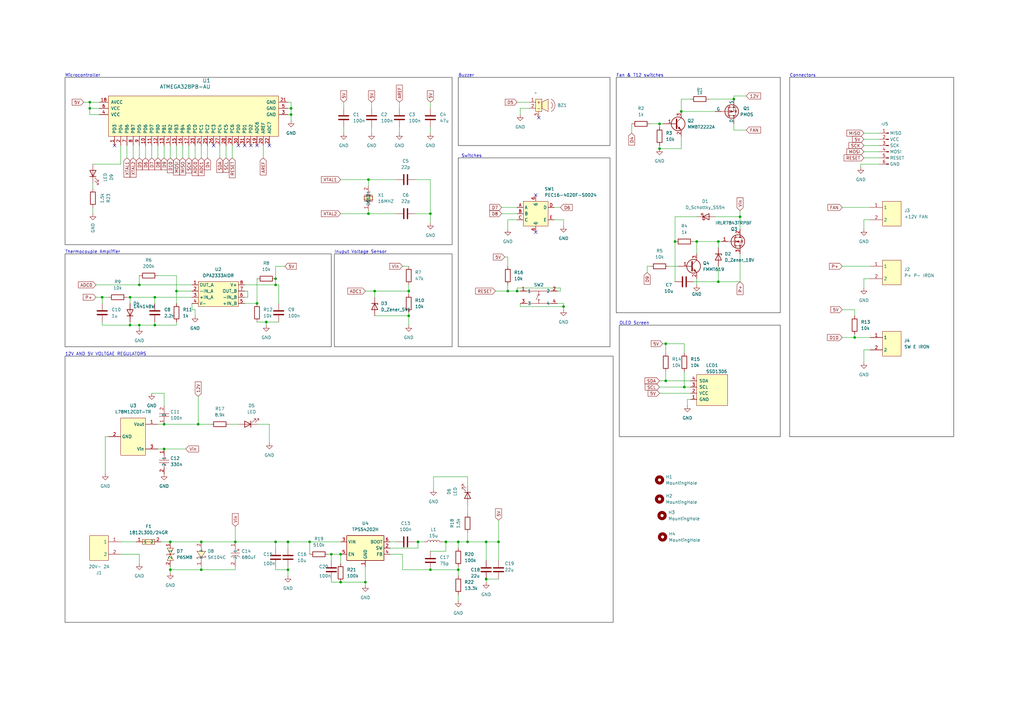
<source format=kicad_sch>
(kicad_sch (version 20230121) (generator eeschema)
  (paper "A3")
  (title_block (title "T12 soldering station-V2") (date "2024-09-17") (rev "2") (company "SHElectronic") (comment 1 "Sherwin Sattar"))
  (lib_symbols
    (symbol "Device:C" (pin_numbers hide) (pin_names (offset 0.254))
      (property "Reference" "C" (at 0.635 2.54 0))
      (property "Value" "C" (at 0.635 -2.54 0))
      (symbol "C_1_1"
        (pin passive line (at 0 3.81 270) (length 2.794) (name "~") (number "1"))
        (pin passive line (at 0 -3.81 90) (length 2.794) (name "~") (number "2"))
      )
    )
    (symbol "Device:D_Schottky" (pin_numbers hide) (pin_names (offset 1.016) hide)
      (property "Reference" "D" (at 0 2.54 0))
      (property "Value" "D_Schottky" (at 0 -2.54 0))
      (symbol "D_Schottky_1_1"
        (pin passive line (at -3.81 0 0) (length 2.54) (name "K") (number "1"))
        (pin passive line (at 3.81 0 180) (length 2.54) (name "A") (number "2"))
      )
    )
    (symbol "Device:D_Zener" (pin_numbers hide) (pin_names (offset 1.016) hide)
      (property "Reference" "D" (at 0 2.54 0))
      (property "Value" "D_Zener" (at 0 -2.54 0))
      (symbol "D_Zener_1_1"
        (pin passive line (at -3.81 0 0) (length 2.54) (name "K") (number "1"))
        (pin passive line (at 3.81 0 180) (length 2.54) (name "A") (number "2"))
      )
    )
    (symbol "Device:L" (pin_numbers hide) (pin_names (offset 1.016) hide)
      (property "Reference" "L" (at -1.27 0 90))
      (property "Value" "L" (at 1.905 0 90))
      (symbol "L_1_1"
        (pin passive line (at 0 3.81 270) (length 1.27) (name "1") (number "1"))
        (pin passive line (at 0 -3.81 90) (length 1.27) (name "2") (number "2"))
      )
    )
    (symbol "Device:LED" (pin_numbers hide) (pin_names (offset 1.016) hide)
      (property "Reference" "D" (at 0 2.54 0))
      (property "Value" "LED" (at 0 -2.54 0))
      (symbol "LED_1_1"
        (pin passive line (at -3.81 0 0) (length 2.54) (name "K") (number "1"))
        (pin passive line (at 3.81 0 180) (length 2.54) (name "A") (number "2"))
      )
    )
    (symbol "Device:Q_NMOS_GDS" (pin_names (offset 0) hide)
      (property "Reference" "Q" (at 5.08 1.27 0))
      (property "Value" "Q_NMOS_GDS" (at 5.08 -1.27 0))
      (symbol "Q_NMOS_GDS_1_1"
        (pin input line (at -5.08 0 0) (length 2.54) (name "G") (number "1"))
        (pin passive line (at 2.54 5.08 270) (length 2.54) (name "D") (number "2"))
        (pin passive line (at 2.54 -5.08 90) (length 2.54) (name "S") (number "3"))
      )
    )
    (symbol "Device:Q_NPN_BCE" (pin_names (offset 0) hide)
      (property "Reference" "Q4" (at 5.08 1.27 0))
      (property "Value" "FMMT619" (at 5.08 -1.27 0))
      (symbol "Q_NPN_BCE_1_1"
        (pin input line (at -5.08 0 0) (length 5.715) (name "B") (number "1"))
        (pin passive line (at 2.54 -5.08 90) (length 2.54) (name "E") (number "2"))
        (pin passive line (at 2.54 5.08 270) (length 2.54) (name "C") (number "3"))
      )
    )
    (symbol "Device:R" (pin_numbers hide) (pin_names (offset 0))
      (property "Reference" "R" (at 2.032 0 90))
      (property "Value" "R" (at 0 0 90))
      (symbol "R_1_1"
        (pin passive line (at 0 3.81 270) (length 1.27) (name "~") (number "1"))
        (pin passive line (at 0 -3.81 90) (length 1.27) (name "~") (number "2"))
      )
    )
    (symbol "Diode:1N4148W" (pin_numbers hide) (pin_names hide)
      (property "Reference" "D" (at 0 2.54 0))
      (property "Value" "1N4148W" (at 0 -2.54 0))
      (symbol "1N4148W_1_1"
        (pin passive line (at -3.81 0 0) (length 2.54) (name "K") (number "1"))
        (pin passive line (at 3.81 0 180) (length 2.54) (name "A") (number "2"))
      )
    )
    (symbol "Mechanical:MountingHole" (pin_names (offset 1.016))
      (property "Reference" "H" (at 0 5.08 0))
      (property "Value" "MountingHole" (at 0 3.175 0))
    )
    (symbol "Q_NPN_BCE_1" (pin_names (offset 0) hide)
      (property "Reference" "Q2" (at 5.08 1.27 0))
      (property "Value" "MMBT2222A" (at 5.08 -1.27 0))
      (symbol "Q_NPN_BCE_1_1_1"
        (pin input line (at -5.08 0 0) (length 5.715) (name "B") (number "1"))
        (pin passive line (at 2.54 -5.08 90) (length 2.54) (name "E") (number "2"))
        (pin passive line (at 2.54 5.08 270) (length 2.54) (name "C") (number "3"))
      )
    )
    (symbol "Regulator_Switching:TPS54202DDC"
      (property "Reference" "U" (at -7.62 6.35 0))
      (property "Value" "TPS54202DDC" (at 0 6.35 0))
      (symbol "TPS54202DDC_1_1"
        (pin power_in line (at 0 -7.62 90) (length 2.54) (name "GND") (number "1"))
        (pin power_out line (at 10.16 0 180) (length 2.54) (name "SW") (number "2"))
        (pin power_in line (at -10.16 2.54 0) (length 2.54) (name "VIN") (number "3"))
        (pin input line (at 10.16 -2.54 180) (length 2.54) (name "FB") (number "4"))
        (pin input line (at -10.16 -2.54 0) (length 2.54) (name "EN") (number "5"))
        (pin passive line (at 10.16 2.54 180) (length 2.54) (name "BOOT") (number "6"))
      )
    )
    (symbol "SHERWIN_SYMBOLS_sym:ISP_1x6"
      (property "Reference" "J" (at 0 0 0))
      (symbol "ISP_1x6_1_1"
        (pin passive line (at 1.27 -3.81 180) (length 3.81) (name "MISO") (number "1"))
        (pin passive line (at 1.27 -6.35 180) (length 3.81) (name "VCC") (number "2"))
        (pin passive line (at 1.27 -8.89 180) (length 3.81) (name "SCK") (number "3"))
        (pin passive line (at 1.27 -11.43 180) (length 3.81) (name "MOSI") (number "4"))
        (pin passive line (at 1.27 -13.97 180) (length 3.81) (name "RESET") (number "5"))
        (pin passive line (at 1.27 -16.51 180) (length 3.81) (name "GND") (number "6"))
      )
    )
    (symbol "SHERWIN_SYMBOLS_sym:buzzer"
      (property "Reference" "BZ" (at 0 0 0))
      (symbol "buzzer_1_1"
        (text "+\n" (at 1.27 -3.81 0) (effects (font (size 1.27 1.27))))
        (text "-\n" (at 1.27 -6.35 0) (effects (font (size 1.27 1.27))))
        (pin input line (at -2.54 -3.81 0) (length 2.54) (name "~") (number "1"))
        (pin input line (at -2.54 -6.35 0) (length 2.54) (name "~") (number "2"))
        (pin input line (at 1.27 -10.16 90) (length 2.54) (name "~") (number "3"))
      )
    )
    (symbol "SSD1306-128x64_OLED:SSD1306" (pin_names (offset 1.016))
      (property "Reference" "Brd" (at 0 -3.81 0))
      (property "Value" "SSD1306" (at 0 -1.27 0))
      (symbol "SSD1306_1_1"
        (pin input line (at -3.81 8.89 270) (length 2.54) (name "GND") (number "1"))
        (pin input line (at -1.27 8.89 270) (length 2.54) (name "VCC") (number "2"))
        (pin input line (at 1.27 8.89 270) (length 2.54) (name "SCL") (number "3"))
        (pin input line (at 3.81 8.89 270) (length 2.54) (name "SDA") (number "4"))
      )
    )
    (symbol "Simulation_SPICE:PMOS" (pin_numbers hide) (pin_names (offset 0))
      (property "Reference" "Q1" (at 6.35 -1.27 0))
      (property "Value" "PMOS" (at 5.08 1.27 0))
      (symbol "PMOS_1_1"
        (pin input line (at -5.08 0 0) (length 2.54) (name "G") (number "1"))
        (pin passive line (at 2.54 -5.08 90) (length 2.54) (name "S") (number "2"))
        (pin passive line (at 2.54 5.08 270) (length 2.54) (name "D") (number "3"))
      )
    )
    (symbol "dk_Embedded-Microcontrollers:ATMEGA328P-AU" (pin_names (offset 1.016))
      (property "Reference" "U5" (at 13.97 -6.35 90))
      (property "Value" "ATMEGA328P-AU" (at 11.43 -6.35 90))
      (symbol "ATMEGA328P-AU_1_1"
        (pin bidirectional line (at -12.7 33.02 0) (length 3.81) (name "PD3") (number "1"))
        (pin bidirectional line (at -12.7 20.32 0) (length 3.81) (name "PD6") (number "10"))
        (pin bidirectional line (at -12.7 17.78 0) (length 3.81) (name "PD7") (number "11"))
        (pin bidirectional line (at -12.7 15.24 0) (length 3.81) (name "PB0") (number "12"))
        (pin bidirectional line (at -12.7 12.7 0) (length 3.81) (name "PB1") (number "13"))
        (pin bidirectional line (at -12.7 10.16 0) (length 3.81) (name "PB2") (number "14"))
        (pin bidirectional line (at -12.7 7.62 0) (length 3.81) (name "PB3") (number "15"))
        (pin bidirectional line (at -12.7 5.08 0) (length 3.81) (name "PB4") (number "16"))
        (pin bidirectional line (at -12.7 2.54 0) (length 3.81) (name "PB5") (number "17"))
        (pin power_in line (at 5.08 39.37 270) (length 3.81) (name "AVCC") (number "18"))
        (pin input line (at -12.7 -25.4 0) (length 3.81) (name "ADC6") (number "19"))
        (pin bidirectional line (at -12.7 30.48 0) (length 3.81) (name "PD4") (number "2"))
        (pin input line (at -12.7 -27.94 0) (length 3.81) (name "AREF") (number "20"))
        (pin power_in line (at 5.08 -38.1 90) (length 3.81) (name "GND") (number "21"))
        (pin input line (at -12.7 -30.48 0) (length 3.81) (name "ADC7") (number "22"))
        (pin bidirectional line (at -12.7 0 0) (length 3.81) (name "PC0") (number "23"))
        (pin bidirectional line (at -12.7 -2.54 0) (length 3.81) (name "PC1") (number "24"))
        (pin bidirectional line (at -12.7 -5.08 0) (length 3.81) (name "PC2") (number "25"))
        (pin bidirectional line (at -12.7 -7.62 0) (length 3.81) (name "PC3") (number "26"))
        (pin bidirectional line (at -12.7 -10.16 0) (length 3.81) (name "PC4") (number "27"))
        (pin bidirectional line (at -12.7 -12.7 0) (length 3.81) (name "PC5") (number "28"))
        (pin bidirectional line (at -12.7 -15.24 0) (length 3.81) (name "PC6") (number "29"))
        (pin power_in line (at 0 -38.1 90) (length 3.81) (name "GND") (number "3"))
        (pin bidirectional line (at -12.7 -17.78 0) (length 3.81) (name "PD0") (number "30"))
        (pin bidirectional line (at -12.7 -20.32 0) (length 3.81) (name "PD1") (number "31"))
        (pin bidirectional line (at -12.7 -22.86 0) (length 3.81) (name "PD2") (number "32"))
        (pin power_in line (at 0 39.37 270) (length 3.81) (name "VCC") (number "4"))
        (pin power_in line (at 2.54 -38.1 90) (length 3.81) (name "GND") (number "5"))
        (pin power_in line (at 2.54 39.37 270) (length 3.81) (name "VCC") (number "6"))
        (pin bidirectional line (at -12.7 27.94 0) (length 3.81) (name "PB6") (number "7"))
        (pin bidirectional line (at -12.7 25.4 0) (length 3.81) (name "PB7") (number "8"))
        (pin bidirectional line (at -12.7 22.86 0) (length 3.81) (name "PD5") (number "9"))
      )
    )
    (symbol "easyeda2kicad:1812L300_24GR"
      (property "Reference" "U" (at 0 5.08 0))
      (property "Value" "1812L300/24GR" (at 0 -5.08 0))
      (symbol "1812L300_24GR_0_1"
        (pin unspecified line (at -5.08 0 0) (length 2.54) (name "1") (number "1"))
        (pin unspecified line (at 5.08 0 180) (length 2.54) (name "2") (number "2"))
      )
    )
    (symbol "easyeda2kicad:CGA3E1X7R1V334KT0Y0E"
      (property "Reference" "C" (at 0 5.08 0))
      (property "Value" "CGA3E1X7R1V334KT0Y0E" (at 0 -5.08 0))
      (symbol "CGA3E1X7R1V334KT0Y0E_0_1"
        (pin unspecified line (at -5.08 0 0) (length 2.54) (name "1") (number "1"))
        (pin unspecified line (at 5.08 0 180) (length 2.54) (name "2") (number "2"))
      )
    )
    (symbol "easyeda2kicad:CL10B104KA8NNNC"
      (property "Reference" "C" (at 0 5.08 0))
      (property "Value" "CL10B104KA8NNNC" (at 0 -5.08 0))
      (symbol "CL10B104KA8NNNC_0_1"
        (pin input line (at -3.81 0 0) (length 2.54) (name "1") (number "1"))
        (pin input line (at 3.81 0 180) (length 2.54) (name "2") (number "2"))
      )
    )
    (symbol "easyeda2kicad:GVM1V681M1010"
      (property "Reference" "C" (at 0 5.08 0))
      (property "Value" "GVM1V681M1010" (at 0 -5.08 0))
      (symbol "GVM1V681M1010_0_1"
        (pin input line (at -5.08 0 0) (length 2.54) (name "1") (number "1"))
        (pin input line (at 5.08 0 180) (length 2.54) (name "2") (number "2"))
      )
    )
    (symbol "easyeda2kicad:L78M12CDT-TR"
      (property "Reference" "U3" (at 0 12.7 0))
      (property "Value" "L78M12CDT-TR" (at 0 10.16 0))
      (symbol "L78M12CDT-TR_0_1"
        (pin unspecified line (at 10.16 5.08 180) (length 5.08) (name "Vout") (number "1"))
        (pin unspecified line (at 10.16 -5.08 180) (length 5.08) (name "Vin") (number "3"))
      )
      (symbol "L78M12CDT-TR_1_1"
        (pin unspecified line (at -10.16 0 0) (length 5.08) (name "GND") (number "2"))
      )
    )
    (symbol "easyeda2kicad:P6SMB27CA-AT_TR13"
      (property "Reference" "U" (at 0 5.08 0))
      (property "Value" "P6SMB27CA-AT/TR13" (at 0 -5.08 0))
      (symbol "P6SMB27CA-AT_TR13_0_1"
        (pin unspecified line (at -5.08 0 0) (length 2.54) (name "1") (number "1"))
        (pin unspecified line (at 5.08 0 180) (length 2.54) (name "2") (number "2"))
      )
    )
    (symbol "easyeda2kicad:PEC16-4020F-S0024"
      (property "Reference" "SW" (at 0 12.7 0))
      (property "Value" "PEC16-4020F-S0024" (at 0 -12.7 0))
      (symbol "PEC16-4020F-S0024_0_1"
        (pin unspecified line (at -7.62 0 0) (length 2.54) (name "6") (number "6"))
        (pin unspecified line (at 7.62 0 180) (length 2.54) (name "6") (number "6"))
        (pin unspecified line (at -2.54 -7.62 90) (length 2.54) (name "A") (number "A"))
        (pin unspecified line (at 0 -7.62 90) (length 2.54) (name "B") (number "B"))
        (pin unspecified line (at 2.54 -7.62 90) (length 2.54) (name "C") (number "C"))
        (pin unspecified line (at -2.54 7.62 270) (length 2.54) (name "D") (number "D"))
        (pin unspecified line (at 2.54 7.62 270) (length 2.54) (name "E") (number "E"))
      )
    )
    (symbol "easyeda2kicad:PTS645SH50SMTR92LFS"
      (property "Reference" "SW" (at 0 7.62 0))
      (property "Value" "PTS645SH50SMTR92LFS" (at 0 -7.62 0))
      (symbol "PTS645SH50SMTR92LFS_0_1"
        (pin unspecified line (at -7.62 2.54 0) (length 2.54) (name "1") (number "1"))
        (pin unspecified line (at 7.62 2.54 180) (length 2.54) (name "2") (number "2"))
        (pin unspecified line (at -7.62 -2.54 0) (length 2.54) (name "3") (number "3"))
        (pin unspecified line (at 7.62 -2.54 180) (length 2.54) (name "4") (number "4"))
      )
    )
    (symbol "easyeda2kicad:SK104C"
      (property "Reference" "D" (at 0 5.08 0))
      (property "Value" "SK104C" (at 0 -5.08 0))
      (symbol "SK104C_0_1"
        (pin unspecified line (at -5.08 0 0) (length 2.54) (name "K") (number "1"))
        (pin unspecified line (at 5.08 0 180) (length 2.54) (name "A") (number "2"))
      )
    )
    (symbol "easyeda2kicad:WJ128V-5.0-2P"
      (property "Reference" "P" (at 0 -1.27 0))
      (property "Value" "WJ128V-5.0-2P" (at 0 -11.43 0))
      (symbol "WJ128V-5.0-2P_0_1"
        (pin unspecified line (at -2.54 -6.35 90) (length 5.08) (name "1") (number "1"))
        (pin unspecified line (at 2.54 -6.35 90) (length 5.08) (name "2") (number "2"))
      )
    )
    (symbol "easyeda2kicad:X503216MSB2GI"
      (property "Reference" "X" (at 0 5.08 0))
      (property "Value" "X503216MSB2GI" (at 0 -5.08 0))
      (symbol "X503216MSB2GI_0_1"
        (pin input line (at -5.08 0 0) (length 2.54) (name "OSC1") (number "1"))
        (pin input line (at 5.08 0 180) (length 2.54) (name "OSC2") (number "2"))
      )
    )
    (symbol "opamp-OPA2333AIDR:OPA2333AIDR"
      (property "Reference" "U" (at 3.81 5.08 0))
      (property "Value" "OPA2333AIDR" (at 3.81 2.54 0))
      (symbol "OPA2333AIDR_1_1"
        (pin output line (at -6.35 0 0) (length 2.54) (name "OUT_A") (number "1"))
        (pin input line (at -6.35 -2.54 0) (length 2.54) (name "-IN_A") (number "2"))
        (pin input line (at -6.35 -5.08 0) (length 2.54) (name "+IN_A") (number "3"))
        (pin input line (at -6.35 -7.62 0) (length 2.54) (name "V-") (number "4"))
        (pin input line (at 15.24 -7.62 180) (length 2.54) (name "+IN_B") (number "5"))
        (pin input line (at 15.24 -5.08 180) (length 2.54) (name "-IN_B") (number "6"))
        (pin output line (at 15.24 -2.54 180) (length 2.54) (name "OUT_B") (number "7"))
        (pin input line (at 15.24 0 180) (length 2.54) (name "V+") (number "8"))
      )
    )
    (symbol "power:GND" (power) (pin_names (offset 0))
      (property "Value" "GND" (at 0 -3.81 0))
      (symbol "GND_1_1"
        (pin power_in line (at 0 0 270) (length 0) hide (name "GND") (number "1"))
      )
    )
  )
  (junction (at 270.51 50.8))
  (junction (at 118.11 222.25))
  (junction (at 113.03 114.3))
  (junction (at 63.5 133.35))
  (junction (at 285.75 99.06))
  (junction (at 127 222.25))
  (junction (at 36.83 44.45))
  (junction (at 212.09 119.38))
  (junction (at 119.38 44.45))
  (junction (at 41.91 121.92))
  (junction (at 139.7 238.76))
  (junction (at 72.39 119.38))
  (junction (at 57.15 133.35))
  (junction (at 119.38 46.99))
  (junction (at 113.03 116.84))
  (junction (at 69.85 233.68))
  (junction (at 176.53 87.63))
  (junction (at 82.55 222.25))
  (junction (at 176.53 233.68))
  (junction (at 171.45 222.25))
  (junction (at 199.39 237.49))
  (junction (at 187.96 233.68))
  (junction (at 187.96 222.25))
  (junction (at 276.86 99.06))
  (junction (at 294.64 99.06))
  (junction (at 67.31 184.15))
  (junction (at 294.64 115.57))
  (junction (at 270.51 60.96))
  (junction (at 139.7 227.33))
  (junction (at 279.4 45.72))
  (junction (at 135.89 227.33))
  (junction (at 81.28 173.99))
  (junction (at 118.11 233.68))
  (junction (at 204.47 222.25))
  (junction (at 273.05 140.97))
  (junction (at 303.53 88.9))
  (junction (at 109.22 132.08))
  (junction (at 67.31 173.99))
  (junction (at 153.67 119.38))
  (junction (at 149.86 238.76))
  (junction (at 53.34 133.35))
  (junction (at 191.77 222.25))
  (junction (at 231.14 125.73))
  (junction (at 53.34 121.92))
  (junction (at 167.64 119.38))
  (junction (at 57.15 116.84))
  (junction (at 350.52 138.43))
  (junction (at 199.39 222.25))
  (junction (at 113.03 222.25))
  (junction (at 63.5 121.92))
  (junction (at 280.67 158.75))
  (junction (at 167.64 129.54))
  (junction (at 273.05 156.21))
  (junction (at 182.88 222.25))
  (junction (at 151.13 73.66))
  (junction (at 69.85 222.25))
  (junction (at 82.55 233.68))
  (junction (at 208.28 119.38))
  (junction (at 96.52 222.25))
  (junction (at 105.41 124.46))
  (junction (at 151.13 87.63))
  (junction (at 300.99 40.64))
  (junction (at 36.83 41.91))
  (no_connect (at 105.41 59.69))
  (no_connect (at 219.71 95.25))
  (no_connect (at 219.71 80.01))
  (no_connect (at 110.49 59.69))
  (no_connect (at 100.33 59.69))
  (no_connect (at 87.63 59.69))
  (no_connect (at 46.99 59.69))
  (no_connect (at 102.87 59.69))
  (no_connect (at 97.79 59.69))
  (no_connect (at 220.98 48.26))
  (wire (pts (xy 67.31 166.37) (xy 67.31 161.29)))
  (wire (pts (xy 118.11 222.25) (xy 127 222.25)))
  (wire (pts (xy 54.61 59.69) (xy 54.61 64.77)))
  (wire (pts (xy 199.39 229.87) (xy 199.39 222.25)))
  (wire (pts (xy 167.64 116.84) (xy 167.64 119.38)))
  (wire (pts (xy 176.53 41.91) (xy 176.53 44.45)))
  (wire (pts (xy 350.52 137.16) (xy 350.52 138.43)))
  (wire (pts (xy 119.38 41.91) (xy 119.38 44.45)))
  (wire (pts (xy 139.7 73.66) (xy 151.13 73.66)))
  (wire (pts (xy 265.43 109.22) (xy 265.43 111.76)))
  (wire (pts (xy 270.51 156.21) (xy 273.05 156.21)))
  (wire (pts (xy 53.34 121.92) (xy 53.34 124.46)))
  (wire (pts (xy 153.67 129.54) (xy 167.64 129.54)))
  (wire (pts (xy 285.75 114.3) (xy 285.75 116.84)))
  (wire (pts (xy 41.91 121.92) (xy 41.91 124.46)))
  (wire (pts (xy 72.39 133.35) (xy 63.5 133.35)))
  (wire (pts (xy 139.7 87.63) (xy 151.13 87.63)))
  (wire (pts (xy 105.41 173.99) (xy 110.49 173.99)))
  (wire (pts (xy 49.53 227.33) (xy 57.15 227.33)))
  (wire (pts (xy 205.74 85.09) (xy 212.09 85.09)))
  (wire (pts (xy 165.1 227.33) (xy 165.1 233.68)))
  (wire (pts (xy 270.51 50.8) (xy 270.51 52.07)))
  (wire (pts (xy 356.87 114.3) (xy 354.33 114.3)))
  (wire (pts (xy 294.64 99.06) (xy 294.64 101.6)))
  (wire (pts (xy 187.96 243.84) (xy 187.96 246.38)))
  (wire (pts (xy 212.09 119.38) (xy 213.36 119.38)))
  (wire (pts (xy 199.39 222.25) (xy 191.77 222.25)))
  (wire (pts (xy 167.64 128.27) (xy 167.64 129.54)))
  (wire (pts (xy 212.09 41.91) (xy 217.17 41.91)))
  (wire (pts (xy 227.33 85.09) (xy 229.87 85.09)))
  (wire (pts (xy 228.6 119.38) (xy 229.87 119.38)))
  (wire (pts (xy 279.4 60.96) (xy 270.51 60.96)))
  (wire (pts (xy 57.15 227.33) (xy 57.15 231.14)))
  (wire (pts (xy 118.11 44.45) (xy 119.38 44.45)))
  (wire (pts (xy 279.4 55.88) (xy 279.4 60.96)))
  (wire (pts (xy 41.91 133.35) (xy 53.34 133.35)))
  (wire (pts (xy 72.39 119.38) (xy 78.74 119.38)))
  (wire (pts (xy 72.39 119.38) (xy 72.39 124.46)))
  (wire (pts (xy 280.67 152.4) (xy 280.67 158.75)))
  (wire (pts (xy 139.7 238.76) (xy 149.86 238.76)))
  (wire (pts (xy 49.53 67.31) (xy 38.1 67.31)))
  (wire (pts (xy 114.3 124.46) (xy 114.3 116.84)))
  (wire (pts (xy 41.91 133.35) (xy 41.91 132.08)))
  (wire (pts (xy 57.15 116.84) (xy 78.74 116.84)))
  (wire (pts (xy 36.83 46.99) (xy 40.64 46.99)))
  (wire (pts (xy 360.68 54.61) (xy 354.33 54.61)))
  (wire (pts (xy 49.53 59.69) (xy 49.53 67.31)))
  (wire (pts (xy 36.83 44.45) (xy 36.83 41.91)))
  (wire (pts (xy 36.83 44.45) (xy 40.64 44.45)))
  (wire (pts (xy 53.34 133.35) (xy 57.15 133.35)))
  (wire (pts (xy 204.47 213.36) (xy 204.47 222.25)))
  (wire (pts (xy 177.8 195.58) (xy 177.8 200.66)))
  (wire (pts (xy 284.48 115.57) (xy 294.64 115.57)))
  (wire (pts (xy 270.51 158.75) (xy 280.67 158.75)))
  (wire (pts (xy 64.77 184.15) (xy 67.31 184.15)))
  (wire (pts (xy 356.87 90.17) (xy 354.33 90.17)))
  (wire (pts (xy 149.86 119.38) (xy 153.67 119.38)))
  (wire (pts (xy 279.4 40.64) (xy 283.21 40.64)))
  (wire (pts (xy 81.28 173.99) (xy 67.31 173.99)))
  (wire (pts (xy 43.18 179.07) (xy 44.45 179.07)))
  (wire (pts (xy 135.89 227.33) (xy 139.7 227.33)))
  (wire (pts (xy 67.31 161.29) (xy 62.23 161.29)))
  (wire (pts (xy 119.38 46.99) (xy 119.38 49.53)))
  (wire (pts (xy 80.01 127) (xy 80.01 129.54)))
  (wire (pts (xy 63.5 121.92) (xy 63.5 124.46)))
  (wire (pts (xy 213.36 44.45) (xy 213.36 46.99)))
  (wire (pts (xy 350.52 138.43) (xy 356.87 138.43)))
  (wire (pts (xy 191.77 210.82) (xy 191.77 207.01)))
  (wire (pts (xy 151.13 73.66) (xy 162.56 73.66)))
  (wire (pts (xy 139.7 227.33) (xy 139.7 231.14)))
  (wire (pts (xy 82.55 59.69) (xy 82.55 64.77)))
  (wire (pts (xy 81.28 173.99) (xy 86.36 173.99)))
  (wire (pts (xy 69.85 222.25) (xy 82.55 222.25)))
  (wire (pts (xy 38.1 85.09) (xy 38.1 87.63)))
  (wire (pts (xy 57.15 59.69) (xy 57.15 64.77)))
  (wire (pts (xy 96.52 222.25) (xy 113.03 222.25)))
  (wire (pts (xy 34.29 41.91) (xy 36.83 41.91)))
  (wire (pts (xy 280.67 140.97) (xy 273.05 140.97)))
  (wire (pts (xy 187.96 232.41) (xy 187.96 233.68)))
  (wire (pts (xy 231.14 90.17) (xy 231.14 92.71)))
  (wire (pts (xy 208.28 116.84) (xy 208.28 119.38)))
  (wire (pts (xy 294.64 99.06) (xy 295.91 99.06)))
  (wire (pts (xy 127 227.33) (xy 127 222.25)))
  (wire (pts (xy 300.99 39.37) (xy 300.99 40.64)))
  (wire (pts (xy 176.53 233.68) (xy 187.96 233.68)))
  (wire (pts (xy 199.39 237.49) (xy 199.39 238.76)))
  (wire (pts (xy 96.52 215.9) (xy 96.52 222.25)))
  (wire (pts (xy 285.75 99.06) (xy 294.64 99.06)))
  (wire (pts (xy 43.18 179.07) (xy 43.18 194.31)))
  (wire (pts (xy 69.85 59.69) (xy 69.85 64.77)))
  (wire (pts (xy 78.74 127) (xy 78.74 124.46)))
  (wire (pts (xy 176.53 226.06) (xy 182.88 226.06)))
  (wire (pts (xy 187.96 222.25) (xy 187.96 224.79)))
  (wire (pts (xy 63.5 121.92) (xy 78.74 121.92)))
  (wire (pts (xy 118.11 41.91) (xy 119.38 41.91)))
  (wire (pts (xy 95.25 59.69) (xy 95.25 64.77)))
  (wire (pts (xy 303.53 104.14) (xy 303.53 115.57)))
  (wire (pts (xy 212.09 90.17) (xy 208.28 90.17)))
  (wire (pts (xy 107.95 59.69) (xy 107.95 64.77)))
  (wire (pts (xy 118.11 233.68) (xy 118.11 236.22)))
  (wire (pts (xy 152.4 41.91) (xy 152.4 44.45)))
  (wire (pts (xy 187.96 233.68) (xy 187.96 236.22)))
  (wire (pts (xy 266.7 109.22) (xy 265.43 109.22)))
  (wire (pts (xy 118.11 46.99) (xy 119.38 46.99)))
  (wire (pts (xy 160.02 224.79) (xy 171.45 224.79)))
  (wire (pts (xy 171.45 222.25) (xy 173.99 222.25)))
  (wire (pts (xy 36.83 41.91) (xy 40.64 41.91)))
  (wire (pts (xy 306.07 53.34) (xy 300.99 53.34)))
  (wire (pts (xy 105.41 114.3) (xy 105.41 124.46)))
  (wire (pts (xy 231.14 125.73) (xy 231.14 127)))
  (wire (pts (xy 273.05 140.97) (xy 271.78 140.97)))
  (wire (pts (xy 270.51 161.29) (xy 283.21 161.29)))
  (wire (pts (xy 171.45 224.79) (xy 171.45 222.25)))
  (wire (pts (xy 118.11 222.25) (xy 118.11 224.79)))
  (wire (pts (xy 177.8 195.58) (xy 191.77 195.58)))
  (wire (pts (xy 285.75 88.9) (xy 276.86 88.9)))
  (wire (pts (xy 153.67 119.38) (xy 167.64 119.38)))
  (wire (pts (xy 273.05 152.4) (xy 273.05 156.21)))
  (wire (pts (xy 72.39 132.08) (xy 72.39 133.35)))
  (wire (pts (xy 72.39 113.03) (xy 72.39 119.38)))
  (wire (pts (xy 280.67 144.78) (xy 280.67 140.97)))
  (wire (pts (xy 353.06 67.31) (xy 353.06 68.58)))
  (wire (pts (xy 81.28 162.56) (xy 81.28 173.99)))
  (wire (pts (xy 274.32 109.22) (xy 278.13 109.22)))
  (wire (pts (xy 303.53 93.98) (xy 303.53 88.9)))
  (wire (pts (xy 114.3 116.84) (xy 113.03 116.84)))
  (wire (pts (xy 67.31 59.69) (xy 67.31 64.77)))
  (wire (pts (xy 279.4 40.64) (xy 279.4 45.72)))
  (wire (pts (xy 280.67 158.75) (xy 283.21 158.75)))
  (wire (pts (xy 151.13 87.63) (xy 162.56 87.63)))
  (wire (pts (xy 203.2 119.38) (xy 208.28 119.38)))
  (wire (pts (xy 165.1 109.22) (xy 167.64 109.22)))
  (wire (pts (xy 182.88 222.25) (xy 182.88 226.06)))
  (wire (pts (xy 82.55 233.68) (xy 96.52 233.68)))
  (wire (pts (xy 116.84 109.22) (xy 113.03 109.22)))
  (wire (pts (xy 176.53 73.66) (xy 176.53 87.63)))
  (wire (pts (xy 350.52 127) (xy 345.44 127)))
  (wire (pts (xy 284.48 99.06) (xy 285.75 99.06)))
  (wire (pts (xy 151.13 86.36) (xy 151.13 87.63)))
  (wire (pts (xy 160.02 227.33) (xy 165.1 227.33)))
  (wire (pts (xy 212.09 118.11) (xy 212.09 119.38)))
  (wire (pts (xy 199.39 222.25) (xy 204.47 222.25)))
  (wire (pts (xy 113.03 233.68) (xy 118.11 233.68)))
  (wire (pts (xy 53.34 132.08) (xy 53.34 133.35)))
  (wire (pts (xy 113.03 116.84) (xy 113.03 114.3)))
  (wire (pts (xy 345.44 85.09) (xy 356.87 85.09)))
  (wire (pts (xy 208.28 119.38) (xy 212.09 119.38)))
  (wire (pts (xy 69.85 233.68) (xy 69.85 234.95)))
  (wire (pts (xy 105.41 132.08) (xy 109.22 132.08)))
  (wire (pts (xy 100.33 116.84) (xy 113.03 116.84)))
  (wire (pts (xy 191.77 222.25) (xy 191.77 218.44)))
  (wire (pts (xy 360.68 59.69) (xy 354.33 59.69)))
  (wire (pts (xy 303.53 115.57) (xy 294.64 115.57)))
  (wire (pts (xy 113.03 109.22) (xy 113.03 114.3)))
  (wire (pts (xy 303.53 88.9) (xy 293.37 88.9)))
  (wire (pts (xy 345.44 109.22) (xy 356.87 109.22)))
  (wire (pts (xy 38.1 74.93) (xy 38.1 77.47)))
  (wire (pts (xy 90.17 59.69) (xy 90.17 64.77)))
  (wire (pts (xy 67.31 184.15) (xy 76.2 184.15)))
  (wire (pts (xy 96.52 232.41) (xy 96.52 233.68)))
  (wire (pts (xy 100.33 119.38) (xy 101.6 119.38)))
  (wire (pts (xy 208.28 90.17) (xy 208.28 93.98)))
  (wire (pts (xy 80.01 127) (xy 78.74 127)))
  (wire (pts (xy 350.52 129.54) (xy 350.52 127)))
  (wire (pts (xy 270.51 59.69) (xy 270.51 60.96)))
  (wire (pts (xy 57.15 133.35) (xy 63.5 133.35)))
  (wire (pts (xy 360.68 64.77) (xy 354.33 64.77)))
  (wire (pts (xy 66.04 222.25) (xy 69.85 222.25)))
  (wire (pts (xy 152.4 52.07) (xy 152.4 54.61)))
  (wire (pts (xy 228.6 124.46) (xy 231.14 124.46)))
  (wire (pts (xy 39.37 121.92) (xy 41.91 121.92)))
  (wire (pts (xy 151.13 73.66) (xy 151.13 76.2)))
  (wire (pts (xy 62.23 59.69) (xy 62.23 64.77)))
  (wire (pts (xy 118.11 232.41) (xy 118.11 233.68)))
  (wire (pts (xy 82.55 222.25) (xy 96.52 222.25)))
  (wire (pts (xy 59.69 59.69) (xy 59.69 64.77)))
  (wire (pts (xy 170.18 87.63) (xy 176.53 87.63)))
  (wire (pts (xy 140.97 41.91) (xy 140.97 44.45)))
  (wire (pts (xy 167.64 129.54) (xy 167.64 133.35)))
  (wire (pts (xy 64.77 173.99) (xy 67.31 173.99)))
  (wire (pts (xy 306.07 39.37) (xy 300.99 39.37)))
  (wire (pts (xy 356.87 143.51) (xy 354.33 143.51)))
  (wire (pts (xy 276.86 88.9) (xy 276.86 99.06)))
  (wire (pts (xy 127 222.25) (xy 139.7 222.25)))
  (wire (pts (xy 153.67 121.92) (xy 153.67 119.38)))
  (wire (pts (xy 163.83 41.91) (xy 163.83 44.45)))
  (wire (pts (xy 57.15 133.35) (xy 57.15 134.62)))
  (wire (pts (xy 93.98 173.99) (xy 97.79 173.99)))
  (wire (pts (xy 36.83 46.99) (xy 36.83 44.45)))
  (wire (pts (xy 57.15 113.03) (xy 57.15 116.84)))
  (wire (pts (xy 80.01 59.69) (xy 80.01 64.77)))
  (wire (pts (xy 176.53 87.63) (xy 176.53 91.44)))
  (wire (pts (xy 170.18 73.66) (xy 176.53 73.66)))
  (wire (pts (xy 229.87 119.38) (xy 229.87 118.11)))
  (wire (pts (xy 134.62 227.33) (xy 135.89 227.33)))
  (wire (pts (xy 109.22 132.08) (xy 109.22 133.35)))
  (wire (pts (xy 149.86 238.76) (xy 149.86 240.03)))
  (wire (pts (xy 360.68 62.23) (xy 354.33 62.23)))
  (wire (pts (xy 266.7 50.8) (xy 270.51 50.8)))
  (wire (pts (xy 208.28 105.41) (xy 207.01 105.41)))
  (wire (pts (xy 135.89 227.33) (xy 135.89 229.87)))
  (wire (pts (xy 354.33 114.3) (xy 354.33 118.11)))
  (wire (pts (xy 231.14 124.46) (xy 231.14 125.73)))
  (wire (pts (xy 140.97 52.07) (xy 140.97 54.61)))
  (wire (pts (xy 213.36 124.46) (xy 213.36 125.73)))
  (wire (pts (xy 354.33 90.17) (xy 354.33 93.98)))
  (wire (pts (xy 360.68 57.15) (xy 354.33 57.15)))
  (wire (pts (xy 283.21 163.83) (xy 281.94 163.83)))
  (wire (pts (xy 101.6 119.38) (xy 101.6 121.92)))
  (wire (pts (xy 176.53 52.07) (xy 176.53 54.61)))
  (wire (pts (xy 69.85 233.68) (xy 82.55 233.68)))
  (wire (pts (xy 191.77 222.25) (xy 187.96 222.25)))
  (wire (pts (xy 52.07 59.69) (xy 52.07 64.77)))
  (wire (pts (xy 41.91 121.92) (xy 44.45 121.92)))
  (wire (pts (xy 276.86 99.06) (xy 276.86 115.57)))
  (wire (pts (xy 163.83 52.07) (xy 163.83 54.61)))
  (wire (pts (xy 110.49 181.61) (xy 110.49 173.99)))
  (wire (pts (xy 64.77 113.03) (xy 72.39 113.03)))
  (wire (pts (xy 113.03 222.25) (xy 113.03 224.79)))
  (wire (pts (xy 101.6 121.92) (xy 100.33 121.92)))
  (wire (pts (xy 285.75 99.06) (xy 285.75 104.14)))
  (wire (pts (xy 229.87 118.11) (xy 212.09 118.11)))
  (wire (pts (xy 77.47 59.69) (xy 77.47 64.77)))
  (wire (pts (xy 259.08 50.8) (xy 259.08 54.61)))
  (wire (pts (xy 100.33 124.46) (xy 105.41 124.46)))
  (wire (pts (xy 293.37 45.72) (xy 279.4 45.72)))
  (wire (pts (xy 213.36 125.73) (xy 231.14 125.73)))
  (wire (pts (xy 360.68 67.31) (xy 353.06 67.31)))
  (wire (pts (xy 109.22 132.08) (xy 114.3 132.08)))
  (wire (pts (xy 281.94 163.83) (xy 281.94 166.37)))
  (wire (pts (xy 135.89 237.49) (xy 135.89 238.76)))
  (wire (pts (xy 273.05 140.97) (xy 273.05 144.78)))
  (wire (pts (xy 300.99 53.34) (xy 300.99 50.8)))
  (wire (pts (xy 149.86 232.41) (xy 149.86 238.76)))
  (wire (pts (xy 53.34 121.92) (xy 63.5 121.92)))
  (wire (pts (xy 119.38 44.45) (xy 119.38 46.99)))
  (wire (pts (xy 182.88 222.25) (xy 187.96 222.25)))
  (wire (pts (xy 227.33 90.17) (xy 231.14 90.17)))
  (wire (pts (xy 82.55 232.41) (xy 82.55 233.68)))
  (wire (pts (xy 74.93 59.69) (xy 74.93 64.77)))
  (wire (pts (xy 113.03 222.25) (xy 118.11 222.25)))
  (wire (pts (xy 113.03 232.41) (xy 113.03 233.68)))
  (wire (pts (xy 69.85 232.41) (xy 69.85 233.68)))
  (wire (pts (xy 49.53 222.25) (xy 55.88 222.25)))
  (wire (pts (xy 270.51 50.8) (xy 271.78 50.8)))
  (wire (pts (xy 303.53 86.36) (xy 303.53 88.9)))
  (wire (pts (xy 204.47 222.25) (xy 204.47 229.87)))
  (wire (pts (xy 217.17 44.45) (xy 213.36 44.45)))
  (wire (pts (xy 205.74 87.63) (xy 212.09 87.63)))
  (wire (pts (xy 85.09 59.69) (xy 85.09 64.77)))
  (wire (pts (xy 63.5 132.08) (xy 63.5 133.35)))
  (wire (pts (xy 170.18 222.25) (xy 171.45 222.25)))
  (wire (pts (xy 64.77 59.69) (xy 64.77 64.77)))
  (wire (pts (xy 354.33 143.51) (xy 354.33 148.59)))
  (wire (pts (xy 39.37 116.84) (xy 57.15 116.84)))
  (wire (pts (xy 290.83 40.64) (xy 300.99 40.64)))
  (wire (pts (xy 160.02 222.25) (xy 162.56 222.25)))
  (wire (pts (xy 345.44 138.43) (xy 350.52 138.43)))
  (wire (pts (xy 72.39 59.69) (xy 72.39 64.77)))
  (wire (pts (xy 167.64 119.38) (xy 167.64 120.65)))
  (wire (pts (xy 191.77 199.39) (xy 191.77 195.58)))
  (wire (pts (xy 92.71 59.69) (xy 92.71 64.77)))
  (wire (pts (xy 208.28 109.22) (xy 208.28 105.41)))
  (wire (pts (xy 52.07 121.92) (xy 53.34 121.92)))
  (wire (pts (xy 273.05 156.21) (xy 283.21 156.21)))
  (wire (pts (xy 135.89 238.76) (xy 139.7 238.76)))
  (wire (pts (xy 181.61 222.25) (xy 182.88 222.25)))
  (wire (pts (xy 294.64 109.22) (xy 294.64 115.57)))
  (wire (pts (xy 199.39 237.49) (xy 204.47 237.49)))
  (wire (pts (xy 165.1 233.68) (xy 176.53 233.68)))
  (rectangle (start 252.73 31.75) (end 320.04 128.27) (stroke (width 0) (color 0 0 0 1)))
  (rectangle (start 26.67 104.14) (end 135.89 142.24) (stroke (width 0) (color 0 0 0 1)))
  (rectangle (start 323.85 31.75) (end 391.16 179.07) (stroke (width 0) (color 0 0 0 1)))
  (rectangle (start 187.96 64.77) (end 250.19 142.24) (stroke (width 0) (color 0 0 0 1)))
  (rectangle (start 254 133.35) (end 320.04 179.07) (stroke (width 0) (color 0 0 0 1)))
  (rectangle (start 26.67 31.75) (end 185.42 100.33) (stroke (width 0) (color 0 0 4 1)))
  (rectangle (start 187.96 31.75) (end 250.19 59.69) (stroke (width 0) (color 0 0 0 1)))
  (rectangle (start 26.67 146.05) (end 251.46 255.27) (stroke (width 0) (color 0 0 0 1)))
  (rectangle (start 137.16 104.14) (end 185.42 142.24) (stroke (width 0) (color 0 0 0 1)))
  (text "Buzzer" (at 187.96 31.75 0) (effects (font (size 1.27 1.27)) (justify left bottom)))
  (text "Connectors\n" (at 323.85 31.75 0) (effects (font (size 1.27 1.27)) (justify left bottom)))
  (text "Fan & T12 switches" (at 252.73 31.75 0) (effects (font (size 1.27 1.27)) (justify left bottom)))
  (text "Microcontroller\n" (at 26.67 31.75 0) (effects (font (size 1.27 1.27)) (justify left bottom)))
  (text "Thermocouple Amplifier" (at 26.67 104.14 0) (effects (font (size 1.27 1.27)) (justify left bottom)))
  (text "OLED Screen\n" (at 254 133.35 0) (effects (font (size 1.27 1.27)) (justify left bottom)))
  (text "Inuput Voltage Sensor" (at 137.16 104.14 0) (effects (font (size 1.27 1.27)) (justify left bottom)))
  (text "12V AND 5V VOLTGAE REGULATORS" (at 26.67 146.05 0) (effects (font (size 1.27 1.27)) (justify left bottom)))
  (text "Switches\n" (at 189.23 64.77 0) (effects (font (size 1.27 1.27)) (justify left bottom)))
  (global_label "D10" (shape input) (at 69.85 64.77 270) (property "Intersheetrefs" "${INTERSHEET_REFS}" (effects hide)))
  (global_label "D5" (shape input) (at 57.15 64.77 270) (property "Intersheetrefs" "${INTERSHEET_REFS}" (effects hide)))
  (global_label "SCK" (shape input) (at 354.33 59.69 180) (property "Intersheetrefs" "${INTERSHEET_REFS}" (effects hide)))
  (global_label "D9" (shape input) (at 265.43 111.76 270) (property "Intersheetrefs" "${INTERSHEET_REFS}" (effects hide)))
  (global_label "Vin" (shape input) (at 96.52 215.9 90) (property "Intersheetrefs" "${INTERSHEET_REFS}" (effects hide)))
  (global_label "ADC1" (shape input) (at 149.86 119.38 180) (property "Intersheetrefs" "${INTERSHEET_REFS}" (effects hide)))
  (global_label "ADC1" (shape input) (at 82.55 64.77 270) (property "Intersheetrefs" "${INTERSHEET_REFS}" (effects hide)))
  (global_label "5V" (shape input) (at 116.84 109.22 0) (property "Intersheetrefs" "${INTERSHEET_REFS}" (effects hide)))
  (global_label "XTAL2" (shape input) (at 139.7 87.63 180) (property "Intersheetrefs" "${INTERSHEET_REFS}" (effects hide)))
  (global_label "5V" (shape input) (at 140.97 41.91 90) (property "Intersheetrefs" "${INTERSHEET_REFS}" (effects hide)))
  (global_label "SCK" (shape input) (at 77.47 64.77 270) (property "Intersheetrefs" "${INTERSHEET_REFS}" (effects hide)))
  (global_label "12V" (shape input) (at 81.28 162.56 90) (property "Intersheetrefs" "${INTERSHEET_REFS}" (effects hide)))
  (global_label "5V" (shape input) (at 204.47 213.36 90) (property "Intersheetrefs" "${INTERSHEET_REFS}" (effects hide)))
  (global_label "AREF" (shape input) (at 107.95 64.77 270) (property "Intersheetrefs" "${INTERSHEET_REFS}" (effects hide)))
  (global_label "D5" (shape input) (at 212.09 41.91 180) (property "Intersheetrefs" "${INTERSHEET_REFS}" (effects hide)))
  (global_label "SDA" (shape input) (at 90.17 64.77 270) (property "Intersheetrefs" "${INTERSHEET_REFS}" (effects hide)))
  (global_label "FAN" (shape input) (at 345.44 85.09 180) (property "Intersheetrefs" "${INTERSHEET_REFS}" (effects hide)))
  (global_label "5V" (shape input) (at 271.78 140.97 180) (property "Intersheetrefs" "${INTERSHEET_REFS}" (effects hide)))
  (global_label "FAN" (shape input) (at 306.07 53.34 0) (property "Intersheetrefs" "${INTERSHEET_REFS}" (effects hide)))
  (global_label "5V" (shape input) (at 176.53 41.91 90) (property "Intersheetrefs" "${INTERSHEET_REFS}" (effects hide)))
  (global_label "D9" (shape input) (at 67.31 64.77 270) (property "Intersheetrefs" "${INTERSHEET_REFS}" (effects hide)))
  (global_label "MOSI" (shape input) (at 72.39 64.77 270) (property "Intersheetrefs" "${INTERSHEET_REFS}" (effects hide)))
  (global_label "SCL" (shape input) (at 270.51 158.75 180) (property "Intersheetrefs" "${INTERSHEET_REFS}" (effects hide)))
  (global_label "5V" (shape input) (at 270.51 161.29 180) (property "Intersheetrefs" "${INTERSHEET_REFS}" (effects hide)))
  (global_label "MOSI" (shape input) (at 354.33 62.23 180) (property "Intersheetrefs" "${INTERSHEET_REFS}" (effects hide)))
  (global_label "AREF" (shape input) (at 163.83 41.91 90) (property "Intersheetrefs" "${INTERSHEET_REFS}" (effects hide)))
  (global_label "D8" (shape input) (at 64.77 64.77 270) (property "Intersheetrefs" "${INTERSHEET_REFS}" (effects hide)))
  (global_label "5V" (shape input) (at 207.01 105.41 180) (property "Intersheetrefs" "${INTERSHEET_REFS}" (effects hide)))
  (global_label "D7" (shape input) (at 205.74 85.09 180) (property "Intersheetrefs" "${INTERSHEET_REFS}" (effects hide)))
  (global_label "SDA" (shape input) (at 270.51 156.21 180) (property "Intersheetrefs" "${INTERSHEET_REFS}" (effects hide)))
  (global_label "5V" (shape input) (at 34.29 41.91 180) (property "Intersheetrefs" "${INTERSHEET_REFS}" (effects hide)))
  (global_label "5V" (shape input) (at 354.33 57.15 180) (property "Intersheetrefs" "${INTERSHEET_REFS}" (effects hide)))
  (global_label "P+" (shape input) (at 39.37 121.92 180) (property "Intersheetrefs" "${INTERSHEET_REFS}" (effects hide)))
  (global_label "D6" (shape input) (at 229.87 85.09 0) (property "Intersheetrefs" "${INTERSHEET_REFS}" (effects hide)))
  (global_label "XTAL2" (shape input) (at 54.61 64.77 270) (property "Intersheetrefs" "${INTERSHEET_REFS}" (effects hide)))
  (global_label "XTAL1" (shape input) (at 139.7 73.66 180) (property "Intersheetrefs" "${INTERSHEET_REFS}" (effects hide)))
  (global_label "SCL" (shape input) (at 92.71 64.77 270) (property "Intersheetrefs" "${INTERSHEET_REFS}" (effects hide)))
  (global_label "MISO" (shape input) (at 74.93 64.77 270) (property "Intersheetrefs" "${INTERSHEET_REFS}" (effects hide)))
  (global_label "Vin" (shape input) (at 165.1 109.22 180) (property "Intersheetrefs" "${INTERSHEET_REFS}" (effects hide)))
  (global_label "D4" (shape input) (at 259.08 54.61 270) (property "Intersheetrefs" "${INTERSHEET_REFS}" (effects hide)))
  (global_label "MISO" (shape input) (at 354.33 54.61 180) (property "Intersheetrefs" "${INTERSHEET_REFS}" (effects hide)))
  (global_label "P+" (shape input) (at 303.53 115.57 270) (property "Intersheetrefs" "${INTERSHEET_REFS}" (effects hide)))
  (global_label "D6" (shape input) (at 59.69 64.77 270) (property "Intersheetrefs" "${INTERSHEET_REFS}" (effects hide)))
  (global_label "5V" (shape input) (at 152.4 41.91 90) (property "Intersheetrefs" "${INTERSHEET_REFS}" (effects hide)))
  (global_label "12V" (shape input) (at 306.07 39.37 0) (property "Intersheetrefs" "${INTERSHEET_REFS}" (effects hide)))
  (global_label "D8" (shape input) (at 205.74 87.63 180) (property "Intersheetrefs" "${INTERSHEET_REFS}" (effects hide)))
  (global_label "D4" (shape input) (at 85.09 64.77 270) (property "Intersheetrefs" "${INTERSHEET_REFS}" (effects hide)))
  (global_label "Vin" (shape input) (at 76.2 184.15 0) (property "Intersheetrefs" "${INTERSHEET_REFS}" (effects hide)))
  (global_label "D10" (shape input) (at 345.44 138.43 180) (property "Intersheetrefs" "${INTERSHEET_REFS}" (effects hide)))
  (global_label "5V" (shape input) (at 345.44 127 180) (property "Intersheetrefs" "${INTERSHEET_REFS}" (effects hide)))
  (global_label "P+" (shape input) (at 345.44 109.22 180) (property "Intersheetrefs" "${INTERSHEET_REFS}" (effects hide)))
  (global_label "RESET" (shape input) (at 95.25 64.77 270) (property "Intersheetrefs" "${INTERSHEET_REFS}" (effects hide)))
  (global_label "D7" (shape input) (at 62.23 64.77 270) (property "Intersheetrefs" "${INTERSHEET_REFS}" (effects hide)))
  (global_label "Vin" (shape input) (at 303.53 86.36 90) (property "Intersheetrefs" "${INTERSHEET_REFS}" (effects hide)))
  (global_label "ADC0" (shape input) (at 39.37 116.84 180) (property "Intersheetrefs" "${INTERSHEET_REFS}" (effects hide)))
  (global_label "RESET" (shape input) (at 203.2 119.38 180) (property "Intersheetrefs" "${INTERSHEET_REFS}" (effects hide)))
  (global_label "XTAL1" (shape input) (at 52.07 64.77 270) (property "Intersheetrefs" "${INTERSHEET_REFS}" (effects hide)))
  (global_label "ADC0" (shape input) (at 80.01 64.77 270) (property "Intersheetrefs" "${INTERSHEET_REFS}" (effects hide)))
  (global_label "RESET" (shape input) (at 354.33 64.77 180) (property "Intersheetrefs" "${INTERSHEET_REFS}" (effects hide)))
  (symbol (lib_id "power:GND") (at 109.22 133.35 0) (unit 1)
    (property "Reference" "#PWR014" (effects hide))
    (property "Value" "GND" (at 109.22 138.43 0))
  )
  (symbol (lib_id "power:GND") (at 140.97 54.61 0) (unit 1)
    (property "Reference" "#PWR02" (effects hide))
    (property "Value" "GND" (at 140.97 59.69 0))
  )
  (symbol (lib_id "power:GND") (at 38.1 87.63 0) (unit 1)
    (property "Reference" "#PWR033" (effects hide))
    (property "Value" "GND" (at 38.1 91.44 90) (effects (justify right)))
  )
  (symbol (lib_id "easyeda2kicad:WJ128V-5.0-2P") (at 363.22 87.63 270) (unit 1)
    (property "Reference" "J3" (at 370.84 86.36 90) (effects (justify left)))
    (property "Value" "+12V FAN" (at 370.84 88.9 90) (effects (justify left)))
    (property "Footprint" "easyeda2kicad:CONN-TH_2P-P5.00_WJ128V-5.0-2P" (effects hide))
    (property "Datasheet" "https://lcsc.com/product-detail/Terminal-Blocks_WJ128V-5-0-2P_C8269.html" (effects hide))
    (property "LCSC PN" "C8269" (effects hide))
  )
  (symbol (lib_id "Device:R") (at 130.81 227.33 90) (unit 1)
    (property "Reference" "R19" (at 130.81 220.98 90))
    (property "Value" "510k" (at 130.81 223.52 90))
    (property "Footprint" "Resistor_SMD:R_0603_1608Metric" (effects hide))
    (property "LCSC PN" "C843959" (effects hide))
  )
  (symbol (lib_id "Device:C") (at 166.37 87.63 270) (unit 1)
    (property "Reference" "C6" (at 166.37 80.01 90))
    (property "Value" "22p" (at 166.37 82.55 90))
    (property "Footprint" "Capacitor_SMD:C_0603_1608Metric" (effects hide))
    (property "LCSC PN" "C1653" (effects hide))
  )
  (symbol (lib_id "Device:C") (at 199.39 233.68 0) (unit 1)
    (property "Reference" "C18" (at 193.04 233.68 0) (effects (justify left)))
    (property "Value" "22u" (at 193.04 236.22 0) (effects (justify left)))
    (property "Footprint" "Capacitor_SMD:C_1210_3225Metric" (effects hide))
    (property "LCSC PN" "C21397" (effects hide))
  )
  (symbol (lib_id "Device:Q_NMOS_GDS") (at 300.99 99.06 0) (unit 1)
    (property "Reference" "Q3" (at 299.72 93.98 0) (effects (justify left)))
    (property "Value" "IRLR7843TRPBF" (at 293.37 91.44 0) (effects (justify left)))
    (property "Footprint" "Package_TO_SOT_SMD:TO-252-2" (effects hide))
    (property "LCSC PN" "C21988" (effects hide))
  )
  (symbol (lib_id "Device:R") (at 139.7 234.95 0) (unit 1)
    (property "Reference" "R21" (at 142.24 233.68 0) (effects (justify left)))
    (property "Value" "100k" (at 142.24 236.22 0) (effects (justify left)))
    (property "Footprint" "Resistor_SMD:R_0603_1608Metric" (effects hide))
    (property "LCSC PN" "C844916" (effects hide))
  )
  (symbol (lib_id "Device:R") (at 105.41 128.27 180) (unit 1)
    (property "Reference" "R12" (at 107.95 127 0) (effects (justify right)))
    (property "Value" "10k" (at 107.95 129.54 0) (effects (justify right)))
    (property "Footprint" "Resistor_SMD:R_0603_1608Metric" (effects hide))
    (property "LCSC PN" "C25804" (effects hide))
  )
  (symbol (lib_id "Device:R") (at 187.96 240.03 0) (unit 1)
    (property "Reference" "R22" (at 190.5 238.76 0) (effects (justify left)))
    (property "Value" "13.3k" (at 190.5 241.3 0) (effects (justify left)))
    (property "Footprint" "Resistor_SMD:R_0603_1608Metric" (effects hide))
    (property "LCSC PN" "C844126" (effects hide))
  )
  (symbol (lib_id "easyeda2kicad:CL10B104KA8NNNC") (at 67.31 170.18 90) (unit 1)
    (property "Reference" "C11" (at 69.85 168.91 90) (effects (justify right)))
    (property "Value" "100n" (at 69.85 171.45 90) (effects (justify right)))
    (property "Footprint" "Capacitor_SMD:C_0603_1608Metric" (effects hide))
    (property "Datasheet" "https://lcsc.com/product-detail/Multilayer-Ceramic-Capacitors-MLCC-SMD-SMT_SAMSUNG_CL10B104KA8NNNC_100nF-104-10-25V_C1590.html" (effects hide))
    (property "LCSC PN" "C1590" (effects hide))
  )
  (symbol (lib_id "Device:C") (at 176.53 48.26 180) (unit 1)
    (property "Reference" "C4" (at 180.34 46.99 0) (effects (justify right)))
    (property "Value" "47u" (at 180.34 49.53 0) (effects (justify right)))
    (property "Footprint" "Capacitor_SMD:C_1206_3216Metric" (effects hide))
    (property "LCSC PN" "C96123" (effects hide))
  )
  (symbol (lib_id "Device:C") (at 163.83 48.26 180) (unit 1)
    (property "Reference" "C3" (at 167.64 46.99 0) (effects (justify right)))
    (property "Value" "100n" (at 167.64 49.53 0) (effects (justify right)))
    (property "Footprint" "Capacitor_SMD:C_0603_1608Metric" (effects hide))
    (property "LCSC PN" "C1590" (effects hide))
  )
  (symbol (lib_id "Device:R") (at 187.96 228.6 0) (unit 1)
    (property "Reference" "R20" (at 190.5 227.33 0) (effects (justify left)))
    (property "Value" "100k" (at 190.5 229.87 0) (effects (justify left)))
    (property "Footprint" "Resistor_SMD:R_0603_1608Metric" (effects hide))
    (property "LCSC PN" "C844916" (effects hide))
  )
  (symbol (lib_id "Device:R") (at 270.51 55.88 180) (unit 1)
    (property "Reference" "R3" (at 273.05 54.61 0) (effects (justify right)))
    (property "Value" "10k" (at 273.05 57.15 0) (effects (justify right)))
    (property "Footprint" "Resistor_SMD:R_0603_1608Metric" (effects hide))
    (property "LCSC PN" "C25804" (effects hide))
  )
  (symbol (lib_id "Device:R") (at 38.1 81.28 0) (unit 1)
    (property "Reference" "R23" (at 44.45 81.28 90))
    (property "Value" "1.5k" (at 41.91 81.28 90))
    (property "Footprint" "Resistor_SMD:R_0603_1608Metric" (effects hide))
    (property "LCSC PN" "C22843" (effects hide))
  )
  (symbol (lib_id "power:GND") (at 177.8 200.66 0) (unit 1)
    (property "Reference" "#PWR026" (effects hide))
    (property "Value" "GND" (at 177.8 205.74 0))
  )
  (symbol (lib_id "easyeda2kicad:X503216MSB2GI") (at 151.13 81.28 90) (unit 1)
    (property "Reference" "X1" (at 154.94 80.01 90) (effects (justify right)))
    (property "Value" "16MHZ" (at 154.94 82.55 90) (effects (justify right)))
    (property "Footprint" "easyeda2kicad:OSC-SMD_L5.0-W3.2" (effects hide))
    (property "Datasheet" "https://lcsc.com/product-detail/SMD-Crystals_YSX530GA-16MHZ-20PF-10PPM-40-85_C112572.html" (effects hide))
    (property "LCSC PN" "C112572" (effects hide))
  )
  (symbol (lib_id "SHERWIN_SYMBOLS_sym:buzzer") (at 219.71 38.1 0) (unit 1)
    (property "Reference" "BZ1" (at 228.6 43.18 0) (effects (justify left)))
    (property "Value" "~" (at 219.71 38.1 0))
    (property "Footprint" "SHERWIN_FOOTPRINT:Buzzer" (effects hide))
    (property "LCSC PN" "C95297" (effects hide))
  )
  (symbol (lib_id "easyeda2kicad:WJ128V-5.0-2P") (at 43.18 224.79 90) (mirror x) (unit 1)
    (property "Reference" "J1" (at 40.64 234.95 90))
    (property "Value" "20V- 2A" (at 40.64 232.41 90))
    (property "Footprint" "easyeda2kicad:CONN-TH_2P-P5.00_WJ128V-5.0-2P" (effects hide))
    (property "Datasheet" "https://lcsc.com/product-detail/Terminal-Blocks_WJ128V-5-0-2P_C8269.html" (effects hide))
    (property "LCSC PN" "C8269" (effects hide))
  )
  (symbol (lib_id "power:GND") (at 231.14 92.71 0) (unit 1)
    (property "Reference" "#PWR017" (effects hide))
    (property "Value" "GND" (at 231.14 97.79 0))
  )
  (symbol (lib_id "Device:C") (at 63.5 128.27 180) (unit 1)
    (property "Reference" "C8" (at 67.31 127 0) (effects (justify right)))
    (property "Value" "2.2n" (at 67.31 129.54 0) (effects (justify right)))
    (property "Footprint" "Capacitor_SMD:C_0603_1608Metric" (effects hide))
    (property "LCSC PN" "C16033" (effects hide))
  )
  (symbol (lib_id "Device:L") (at 177.8 222.25 90) (unit 1)
    (property "Reference" "L1" (at 177.8 217.17 90))
    (property "Value" "15u" (at 177.8 219.71 90))
    (property "Footprint" "Inductor_SMD:L_10.4x10.4_H4.8" (effects hide))
    (property "LCSC PN" "C225048" (effects hide))
  )
  (symbol (lib_id "Device:R") (at 167.64 113.03 180) (unit 1)
    (property "Reference" "R7" (at 170.18 111.76 0) (effects (justify right)))
    (property "Value" "47k" (at 170.18 114.3 0) (effects (justify right)))
    (property "Footprint" "Resistor_SMD:R_0603_1608Metric" (effects hide))
    (property "LCSC PN" "C25819" (effects hide))
  )
  (symbol (lib_id "power:GND") (at 354.33 93.98 0) (unit 1)
    (property "Reference" "#PWR09" (effects hide))
    (property "Value" "GND" (at 354.33 99.06 0))
  )
  (symbol (lib_id "Device:C") (at 152.4 48.26 180) (unit 1)
    (property "Reference" "C2" (at 156.21 46.99 0) (effects (justify right)))
    (property "Value" "100n" (at 156.21 49.53 0) (effects (justify right)))
    (property "Footprint" "Capacitor_SMD:C_0603_1608Metric" (effects hide))
    (property "LCSC PN" "C1590" (effects hide))
  )
  (symbol (lib_id "power:GND") (at 270.51 60.96 0) (unit 1)
    (property "Reference" "#PWR06" (effects hide))
    (property "Value" "GND" (at 270.51 66.04 0))
  )
  (symbol (lib_id "Device:D_Zener") (at 153.67 125.73 270) (unit 1)
    (property "Reference" "D3" (at 156.21 124.46 90) (effects (justify left)))
    (property "Value" "D_Zener_5V1" (at 156.21 127 90) (effects (justify left)))
    (property "Footprint" "Diode_SMD:D_SOD-123" (effects hide))
    (property "LCSC PN" "C81601" (effects hide))
  )
  (symbol (lib_id "Device:R") (at 350.52 133.35 180) (unit 1)
    (property "Reference" "R13" (at 353.06 132.08 0) (effects (justify right)))
    (property "Value" "10k" (at 353.06 134.62 0) (effects (justify right)))
    (property "Footprint" "Resistor_SMD:R_0603_1608Metric" (effects hide))
    (property "LCSC PN" "C25804" (effects hide))
  )
  (symbol (lib_id "Diode:1N4148W") (at 53.34 128.27 90) (unit 1)
    (property "Reference" "D4" (at 54.61 124.46 90) (effects (justify right)))
    (property "Value" "1N4148W" (at 54.61 125.73 90) (effects (justify right)))
    (property "Footprint" "Diode_SMD:D_SOD-123" (effects hide))
    (property "Datasheet" "https://www.vishay.com/docs/85748/1n4148w.pdf" (effects hide))
    (property "Sim.Device" "D" (effects hide))
    (property "Sim.Pins" "1=K 2=A" (effects hide))
    (property "LCSC PN" "C241939" (effects hide))
  )
  (symbol (lib_id "SHERWIN_SYMBOLS_sym:ISP_1x6") (at 361.95 50.8 0) (mirror y) (unit 1)
    (property "Reference" "J5" (at 361.95 50.8 0) (effects (justify right)))
    (property "Value" "~" (at 361.95 50.8 0))
    (property "Footprint" "SHERWIN_FOOTPRINT:ISP_1x6" (effects hide))
  )
  (symbol (lib_id "power:GND") (at 57.15 134.62 0) (unit 1)
    (property "Reference" "#PWR016" (effects hide))
    (property "Value" "GND" (at 57.15 139.7 0))
  )
  (symbol (lib_id "Device:R") (at 262.89 50.8 90) (unit 1)
    (property "Reference" "R2" (at 262.89 44.45 90))
    (property "Value" "1k" (at 262.89 46.99 90))
    (property "Footprint" "Resistor_SMD:R_0603_1608Metric" (effects hide))
    (property "LCSC PN" "C21190" (effects hide))
  )
  (symbol (lib_id "SSD1306-128x64_OLED:SSD1306") (at 292.1 160.02 90) (unit 1)
    (property "Reference" "LCD1" (at 289.56 149.86 90) (effects (justify right)))
    (property "Value" "SSD1306" (at 289.56 152.4 90) (effects (justify right)))
    (property "Footprint" "SHERWIN_FOOTPRINT:oled0.96_4pin" (effects hide))
    (property "LCSC PN" "C5248080" (effects hide))
  )
  (symbol (lib_id "Device:C") (at 204.47 233.68 0) (unit 1)
    (property "Reference" "C19" (at 207.01 231.14 0) (effects (justify left)))
    (property "Value" "22u" (at 207.01 233.68 0) (effects (justify left)))
    (property "Footprint" "Capacitor_SMD:C_1210_3225Metric" (effects hide))
    (property "LCSC PN" "C21397" (effects hide))
  )
  (symbol (lib_id "Device:R") (at 90.17 173.99 90) (unit 1)
    (property "Reference" "R17" (at 90.17 167.64 90))
    (property "Value" "8.9k" (at 90.17 170.18 90))
    (property "Footprint" "Resistor_SMD:R_0603_1608Metric" (effects hide))
    (property "LCSC PN" "C5197519" (effects hide))
  )
  (symbol (lib_id "Device:D_Schottky") (at 289.56 88.9 0) (unit 1)
    (property "Reference" "D1" (at 289.2425 82.55 0))
    (property "Value" "D_Schottky_SS54" (at 289.2425 85.09 0))
    (property "Footprint" "Diode_SMD:D_SMA" (effects hide))
    (property "LCSC PN" "C123946" (effects hide))
  )
  (symbol (lib_id "power:GND") (at 281.94 166.37 0) (unit 1)
    (property "Reference" "#PWR020" (effects hide))
    (property "Value" "GND" (at 281.94 171.45 0))
  )
  (symbol (lib_id "power:GND") (at 354.33 118.11 0) (unit 1)
    (property "Reference" "#PWR012" (effects hide))
    (property "Value" "GND" (at 354.33 123.19 0))
  )
  (symbol (lib_id "power:GND") (at 80.01 129.54 0) (unit 1)
    (property "Reference" "#PWR013" (effects hide))
    (property "Value" "GND" (at 80.01 134.62 0))
  )
  (symbol (lib_id "Device:C") (at 166.37 73.66 270) (unit 1)
    (property "Reference" "C5" (at 166.37 66.04 90))
    (property "Value" "22p" (at 166.37 68.58 90))
    (property "Footprint" "Capacitor_SMD:C_0603_1608Metric" (effects hide))
    (property "LCSC PN" "C1653" (effects hide))
  )
  (symbol (lib_id "Device:C") (at 280.67 115.57 90) (unit 1)
    (property "Reference" "C7" (at 274.32 116.84 90))
    (property "Value" "10u" (at 274.32 119.38 90))
    (property "Footprint" "Capacitor_SMD:C_1206_3216Metric" (effects hide))
    (property "LCSC PN" "C92797" (effects hide))
  )
  (symbol (lib_id "Device:C") (at 166.37 222.25 90) (unit 1)
    (property "Reference" "C13" (at 166.37 214.63 90))
    (property "Value" "100n" (at 166.37 217.17 90))
    (property "Footprint" "Capacitor_SMD:C_0603_1608Metric" (effects hide))
    (property "LCSC PN" "C1590" (effects hide))
  )
  (symbol (lib_id "Device:LED") (at 38.1 71.12 90) (unit 1)
    (property "Reference" "D9" (at 45.72 72.7075 0))
    (property "Value" "LED" (at 43.18 72.7075 0))
    (property "Footprint" "LED_SMD:LED_0603_1608Metric" (effects hide))
    (property "LCSC PN" "C440519" (effects hide))
  )
  (symbol (lib_id "Device:C") (at 41.91 128.27 180) (unit 1)
    (property "Reference" "C10" (at 45.72 127 0) (effects (justify right)))
    (property "Value" "1u" (at 45.72 129.54 0) (effects (justify right)))
    (property "Footprint" "Capacitor_SMD:C_0603_1608Metric" (effects hide))
    (property "LCSC PN" "C15849" (effects hide))
  )
  (symbol (lib_id "power:GND") (at 208.28 93.98 0) (unit 1)
    (property "Reference" "#PWR018" (effects hide))
    (property "Value" "GND" (at 208.28 99.06 0))
  )
  (symbol (lib_id "Device:R") (at 208.28 113.03 180) (unit 1)
    (property "Reference" "R16" (at 210.82 111.76 0) (effects (justify right)))
    (property "Value" "10k" (at 210.82 114.3 0) (effects (justify right)))
    (property "Footprint" "Resistor_SMD:R_0603_1608Metric" (effects hide))
    (property "LCSC PN" "C25804" (effects hide))
  )
  (symbol (lib_id "power:GND") (at 199.39 238.76 0) (unit 1)
    (property "Reference" "#PWR030" (effects hide))
    (property "Value" "GND" (at 199.39 243.84 0))
  )
  (symbol (lib_id "easyeda2kicad:WJ128V-5.0-2P") (at 363.22 111.76 270) (unit 1)
    (property "Reference" "J2" (at 370.84 110.49 90) (effects (justify left)))
    (property "Value" "P+ P- IRON" (at 370.84 113.03 90) (effects (justify left)))
    (property "Footprint" "easyeda2kicad:CONN-TH_2P-P5.00_WJ128V-5.0-2P" (effects hide))
    (property "Datasheet" "https://lcsc.com/product-detail/Terminal-Blocks_WJ128V-5-0-2P_C8269.html" (effects hide))
    (property "LCSC PN" "C8269" (effects hide))
  )
  (symbol (lib_id "easyeda2kicad:WJ128V-5.0-2P") (at 363.22 140.97 270) (unit 1)
    (property "Reference" "J4" (at 370.84 139.7 90) (effects (justify left)))
    (property "Value" "SW E IRON" (at 370.84 142.24 90) (effects (justify left)))
    (property "Footprint" "easyeda2kicad:CONN-TH_2P-P5.00_WJ128V-5.0-2P" (effects hide))
    (property "Datasheet" "https://lcsc.com/product-detail/Terminal-Blocks_WJ128V-5-0-2P_C8269.html" (effects hide))
    (property "LCSC PN" "C8269" (effects hide))
  )
  (symbol (lib_id "dk_Embedded-Microcontrollers:ATMEGA328P-AU") (at 80.01 46.99 90) (unit 1)
    (property "Reference" "U1" (at 86.36 33.02 90) (effects (font (size 1.524 1.524)) (justify left)))
    (property "Value" "ATMEGA328PB-AU" (at 86.36 35.56 90) (effects (font (size 1.524 1.524)) (justify left)))
    (property "Footprint" "digikey-footprints:TQFP-32_7x7mm" (effects hide))
    (property "Datasheet" "http://www.microchip.com/mymicrochip/filehandler.aspx?ddocname=en608326" (effects hide))
    (property "Digi-Key_PN" "ATMEGA328P-AU-ND" (effects hide))
    (property "MPN" "ATMEGA328P-AU" (effects hide))
    (property "Category" "Integrated Circuits (ICs)" (effects hide))
    (property "Family" "Embedded - Microcontrollers" (effects hide))
    (property "DK_Datasheet_Link" "http://www.microchip.com/mymicrochip/filehandler.aspx?ddocname=en608326" (effects hide))
    (property "DK_Detail_Page" "/product-detail/en/microchip-technology/ATMEGA328P-AU/ATMEGA328P-AU-ND/1832260" (effects hide))
    (property "Description" "IC MCU 8BIT 32KB FLASH 32TQFP" (effects hide))
    (property "Manufacturer" "Microchip Technology" (effects hide))
    (property "Status" "Active" (effects hide))
    (property "LCSC PN" " C132230" (effects hide))
  )
  (symbol (lib_id "Device:LED") (at 101.6 173.99 180) (unit 1)
    (property "Reference" "D5" (at 103.1875 166.37 0))
    (property "Value" "LED" (at 103.1875 168.91 0))
    (property "Footprint" "LED_SMD:LED_0603_1608Metric" (effects hide))
    (property "LCSC PN" "C440519" (effects hide))
  )
  (symbol (lib_id "Device:R") (at 48.26 121.92 90) (unit 1)
    (property "Reference" "R9" (at 48.26 115.57 90))
    (property "Value" "10k" (at 48.26 118.11 90))
    (property "Footprint" "Resistor_SMD:R_0603_1608Metric" (effects hide))
    (property "LCSC PN" "C25804" (effects hide))
  )
  (symbol (lib_id "easyeda2kicad:L78M12CDT-TR") (at 54.61 179.07 0) (unit 1)
    (property "Reference" "U3" (at 54.61 166.37 0))
    (property "Value" "L78M12CDT-TR" (at 54.61 168.91 0))
    (property "Footprint" "easyeda2kicad:TO-252-2_L6.5-W6.1-P4.58-LS10.0-TL" (effects hide))
    (property "Datasheet" "https://lcsc.com/product-detail/Linear-Voltage-Regulators_STMicroelectronics_L78M12CDT_L78M12CDT_C16424.html" (effects hide))
    (property "LCSC PN" "C16424" (effects hide))
  )
  (symbol (lib_id "power:GND") (at 213.36 46.99 0) (unit 1)
    (property "Reference" "#PWR010" (effects hide))
    (property "Value" "GND" (at 213.36 52.07 0))
  )
  (symbol (lib_id "Regulator_Switching:TPS54202DDC") (at 149.86 224.79 0) (unit 1)
    (property "Reference" "U4" (at 149.86 214.63 0))
    (property "Value" "TPS54202H" (at 149.86 217.17 0))
    (property "Footprint" "Package_TO_SOT_SMD:SOT-23-6" (effects hide))
    (property "Datasheet" "http://www.ti.com/lit/ds/symlink/tps54202.pdf" (effects hide))
    (property "LCSC PN" "C527684" (effects hide))
  )
  (symbol (lib_id "Device:Q_NPN_BCE") (at 283.21 109.22 0) (unit 1)
    (property "Reference" "Q4" (at 288.29 107.95 0) (effects (justify left)))
    (property "Value" "FMMT619" (at 288.29 110.49 0) (effects (justify left)))
    (property "Footprint" "Package_TO_SOT_SMD:SOT-23" (effects hide))
    (property "LCSC PN" "C53071" (effects hide))
  )
  (symbol (lib_id "power:GND") (at 67.31 194.31 0) (unit 1)
    (property "Reference" "#PWR025" (effects hide))
    (property "Value" "GND" (at 67.31 199.39 0))
  )
  (symbol (lib_id "power:GND") (at 119.38 49.53 0) (unit 1)
    (property "Reference" "#PWR01" (effects hide))
    (property "Value" "GND" (at 119.38 54.61 0))
  )
  (symbol (lib_id "easyeda2kicad:1812L300_24GR") (at 60.96 222.25 0) (unit 1)
    (property "Reference" "F1" (at 60.96 215.9 0))
    (property "Value" "1812L300/24GR" (at 60.96 218.44 0))
    (property "Footprint" "easyeda2kicad:F1812" (effects hide))
    (property "LCSC PN" "C20627123" (effects hide))
  )
  (symbol (lib_id "power:GND") (at 353.06 68.58 0) (unit 1)
    (property "Reference" "#PWR07" (effects hide))
    (property "Value" "GND" (at 353.06 73.66 0))
  )
  (symbol (lib_id "easyeda2kicad:CGA3E1X7R1V334KT0Y0E") (at 67.31 189.23 270) (unit 1)
    (property "Reference" "C12" (at 69.85 187.96 90) (effects (justify left)))
    (property "Value" "330n" (at 69.85 190.5 90) (effects (justify left)))
    (property "Footprint" "Capacitor_SMD:C_0603_1608Metric" (effects hide))
    (property "LCSC PN" "C694217" (effects hide))
  )
  (symbol (lib_id "Mechanical:MountingHole") (at 271.7473 220.2324 0) (unit 1)
    (property "Reference" "H4" (at 274.2873 218.9624 0) (effects (justify left)))
    (property "Value" "MountingHole" (at 274.2873 221.5024 0) (effects (justify left)))
    (property "Footprint" "MountingHole:MountingHole_2.7mm_M2.5_Pad_TopBottom" (effects hide))
  )
  (symbol (lib_id "Device:R") (at 109.22 114.3 90) (unit 1)
    (property "Reference" "R8" (at 109.22 107.95 90))
    (property "Value" "10k" (at 109.22 110.49 90))
    (property "Footprint" "Resistor_SMD:R_0603_1608Metric" (effects hide))
    (property "LCSC PN" "C25804" (effects hide))
  )
  (symbol (lib_id "easyeda2kicad:SK104C") (at 82.55 227.33 90) (unit 1)
    (property "Reference" "D8" (at 85.09 226.06 90) (effects (justify right)))
    (property "Value" "SK104C" (at 85.09 228.6 90) (effects (justify right)))
    (property "Footprint" "easyeda2kicad:SMC_L6.9-W5.9-LS7.9-RD" (effects hide))
    (property "LCSC PN" "C18199211" (effects hide))
  )
  (symbol (lib_id "Simulation_SPICE:PMOS") (at 298.45 45.72 0) (mirror x) (unit 1)
    (property "Reference" "Q1" (at 304.8 44.45 0) (effects (justify left)))
    (property "Value" "PMOS" (at 303.53 46.99 0) (effects (justify left)))
    (property "Footprint" "Package_TO_SOT_SMD:SOT-23" (effects hide))
    (property "Datasheet" "https://ngspice.sourceforge.io/docs/ngspice-manual.pdf" (effects hide))
    (property "Sim.Device" "PMOS" (effects hide))
    (property "Sim.Type" "VDMOS" (effects hide))
    (property "Sim.Pins" "1=D 2=G 3=S" (effects hide))
    (property "LCSC PN" "C15127" (effects hide))
  )
  (symbol (lib_id "Device:LED") (at 191.77 203.2 270) (unit 1)
    (property "Reference" "D6" (at 184.15 201.6125 0))
    (property "Value" "LED" (at 186.69 201.6125 0))
    (property "Footprint" "LED_SMD:LED_0603_1608Metric" (effects hide))
    (property "LCSC PN" "C440519" (effects hide))
  )
  (symbol (lib_id "Device:C") (at 176.53 229.87 0) (unit 1)
    (property "Reference" "C17" (at 180.34 228.6 0) (effects (justify left)))
    (property "Value" "75p" (at 180.34 231.14 0) (effects (justify left)))
    (property "Footprint" "Capacitor_SMD:C_0603_1608Metric" (effects hide))
    (property "LCSC PN" "C426100" (effects hide))
  )
  (symbol (lib_id "Device:R") (at 273.05 148.59 180) (unit 1)
    (property "Reference" "R14" (at 275.59 147.32 0) (effects (justify right)))
    (property "Value" "10k" (at 275.59 149.86 0) (effects (justify right)))
    (property "Footprint" "Resistor_SMD:R_0603_1608Metric" (effects hide))
    (property "LCSC PN" "C25804" (effects hide))
  )
  (symbol (lib_id "power:GND") (at 163.83 54.61 0) (unit 1)
    (property "Reference" "#PWR04" (effects hide))
    (property "Value" "GND" (at 163.83 59.69 0))
  )
  (symbol (lib_id "Device:C") (at 135.89 233.68 0) (unit 1)
    (property "Reference" "C20" (at 130.81 232.41 0) (effects (justify left)))
    (property "Value" "100n" (at 130.81 236.22 0) (effects (justify left)))
    (property "Footprint" "Capacitor_SMD:C_0603_1608Metric" (effects hide))
    (property "LCSC PN" "C1590" (effects hide))
  )
  (symbol (lib_id "Device:R") (at 280.67 148.59 180) (unit 1)
    (property "Reference" "R15" (at 283.21 147.32 0) (effects (justify right)))
    (property "Value" "10k" (at 283.21 149.86 0) (effects (justify right)))
    (property "Footprint" "Resistor_SMD:R_0603_1608Metric" (effects hide))
    (property "LCSC PN" "C25804" (effects hide))
  )
  (symbol (lib_id "easyeda2kicad:GVM1V681M1010") (at 96.52 227.33 270) (unit 1)
    (property "Reference" "C14" (at 99.06 226.06 90) (effects (justify left)))
    (property "Value" "680uF" (at 99.06 228.6 90) (effects (justify left)))
    (property "Footprint" "easyeda2kicad:CAP-SMD_BD10.0-L10.3-W10.3-LS10.9-FD" (effects hide))
    (property "LCSC PN" "C2980172" (effects hide))
  )
  (symbol (lib_id "power:GND") (at 176.53 91.44 0) (unit 1)
    (property "Reference" "#PWR08" (effects hide))
    (property "Value" "GND" (at 176.53 96.52 0))
  )
  (symbol (lib_id "power:GND") (at 62.23 161.29 0) (unit 1)
    (property "Reference" "#PWR022" (effects hide))
    (property "Value" "GND" (at 62.23 166.37 0))
  )
  (symbol (lib_id "Device:R") (at 287.02 40.64 90) (unit 1)
    (property "Reference" "R1" (at 287.02 36.83 90))
    (property "Value" "1k" (at 287.02 38.1 90))
    (property "Footprint" "Resistor_SMD:R_0603_1608Metric" (effects hide))
    (property "LCSC PN" "C21190" (effects hide))
  )
  (symbol (lib_id "power:GND") (at 354.33 148.59 0) (unit 1)
    (property "Reference" "#PWR019" (effects hide))
    (property "Value" "GND" (at 354.33 153.67 0))
  )
  (symbol (lib_id "power:GND") (at 69.85 234.95 0) (unit 1)
    (property "Reference" "#PWR028" (effects hide))
    (property "Value" "GND" (at 69.85 240.03 0))
  )
  (symbol (lib_id "Mechanical:MountingHole") (at 270.5037 204.6873 0) (unit 1)
    (property "Reference" "H2" (at 273.0437 203.4173 0) (effects (justify left)))
    (property "Value" "MountingHole" (at 273.0437 205.9573 0) (effects (justify left)))
    (property "Footprint" "MountingHole:MountingHole_2.7mm_M2.5_Pad_TopBottom" (effects hide))
  )
  (symbol (lib_id "easyeda2kicad:PTS645SH50SMTR92LFS") (at 220.98 121.92 0) (unit 1)
    (property "Reference" "SW2" (at 220.98 116.84 0))
    (property "Value" "PTS645SH50SMTR92LFS" (effects hide))
    (property "Footprint" "easyeda2kicad:KEY-SMD_4P-L6.0-W6.0-P4.50-LS9.0" (effects hide))
    (property "Datasheet" "https://lcsc.com/product-detail/Others_C-K-PTS645SH50SMTR92LFS_C221869.html" (effects hide))
    (property "LCSC PN" "C221869" (effects hide))
  )
  (symbol (lib_id "Device:R") (at 60.96 113.03 90) (unit 1)
    (property "Reference" "R6" (at 60.96 106.68 90))
    (property "Value" "200k" (at 60.96 109.22 90))
    (property "Footprint" "Resistor_SMD:R_0603_1608Metric" (effects hide))
    (property "LCSC PN" "C25811" (effects hide))
  )
  (symbol (lib_id "power:GND") (at 152.4 54.61 0) (unit 1)
    (property "Reference" "#PWR03" (effects hide))
    (property "Value" "GND" (at 152.4 59.69 0))
  )
  (symbol (lib_id "Device:R") (at 280.67 99.06 90) (unit 1)
    (property "Reference" "R4" (at 280.67 92.71 90))
    (property "Value" "1k" (at 280.67 95.25 90))
    (property "Footprint" "Resistor_SMD:R_1206_3216Metric" (effects hide))
    (property "LCSC PN" "C4410" (effects hide))
  )
  (symbol (lib_id "power:GND") (at 110.49 181.61 0) (unit 1)
    (property "Reference" "#PWR023" (effects hide))
    (property "Value" "GND" (at 110.49 186.69 0))
  )
  (symbol (lib_id "Device:C") (at 113.03 228.6 0) (unit 1)
    (property "Reference" "C15" (at 107.95 227.33 0) (effects (justify left)))
    (property "Value" "100n" (at 107.95 231.14 0) (effects (justify left)))
    (property "Footprint" "Capacitor_SMD:C_0603_1608Metric" (effects hide))
    (property "LCSC PN" "C1590" (effects hide))
  )
  (symbol (lib_id "Mechanical:MountingHole") (at 270.51 196.85 0) (unit 1)
    (property "Reference" "H1" (at 273.05 195.58 0) (effects (justify left)))
    (property "Value" "MountingHole" (at 273.05 198.12 0) (effects (justify left)))
    (property "Footprint" "MountingHole:MountingHole_2.7mm_M2.5_Pad_TopBottom" (effects hide))
  )
  (symbol (lib_id "power:GND") (at 187.96 246.38 0) (unit 1)
    (property "Reference" "#PWR032" (effects hide))
    (property "Value" "GND" (at 187.96 251.46 0))
  )
  (symbol (lib_id "opamp-OPA2333AIDR:OPA2333AIDR") (at 85.09 116.84 0) (unit 1)
    (property "Reference" "U2" (at 89.535 110.49 0))
    (property "Value" "OPA2333AIDR" (at 89.535 113.03 0))
    (property "Footprint" "Package_SO:SOIC-8_3.9x4.9mm_P1.27mm" (effects hide))
    (property "LCSC PN" "C38732" (effects hide))
  )
  (symbol (lib_id "easyeda2kicad:P6SMB27CA-AT_TR13") (at 69.85 227.33 270) (unit 1)
    (property "Reference" "D7" (at 72.39 226.06 90) (effects (justify left)))
    (property "Value" "P6SMB" (at 72.39 228.6 90) (effects (justify left)))
    (property "Footprint" "easyeda2kicad:DO-214AA_L4.4-W3.6-LS5.3-BI" (effects hide))
    (property "LCSC PN" "C776247" (effects hide))
  )
  (symbol (lib_id "Device:D_Zener") (at 294.64 105.41 270) (unit 1)
    (property "Reference" "D2" (at 297.18 104.14 90) (effects (justify left)))
    (property "Value" "D_Zener_18V" (at 297.18 106.68 90) (effects (justify left)))
    (property "Footprint" "Diode_SMD:D_SOD-123" (effects hide))
    (property "LCSC PN" "C116111" (effects hide))
  )
  (symbol (lib_id "power:GND") (at 285.75 116.84 0) (unit 1)
    (property "Reference" "#PWR011" (effects hide))
    (property "Value" "GND" (at 285.75 120.65 0))
  )
  (symbol (lib_id "Device:C") (at 114.3 128.27 180) (unit 1)
    (property "Reference" "C9" (at 118.11 127 0) (effects (justify right)))
    (property "Value" "100n" (at 118.11 129.54 0) (effects (justify right)))
    (property "Footprint" "Capacitor_SMD:C_0603_1608Metric" (effects hide))
    (property "LCSC PN" "C1590" (effects hide))
  )
  (symbol (lib_id "power:GND") (at 167.64 133.35 0) (unit 1)
    (property "Reference" "#PWR015" (effects hide))
    (property "Value" "GND" (at 167.64 138.43 0))
  )
  (symbol (lib_id "Device:R") (at 72.39 128.27 180) (unit 1)
    (property "Reference" "R11" (at 74.93 127 0) (effects (justify right)))
    (property "Value" "1k" (at 74.93 129.54 0) (effects (justify right)))
    (property "Footprint" "Resistor_SMD:R_0603_1608Metric" (effects hide))
    (property "LCSC PN" "C21190" (effects hide))
  )
  (symbol (lib_id "Device:C") (at 140.97 48.26 180) (unit 1)
    (property "Reference" "C1" (at 144.78 46.99 0) (effects (justify right)))
    (property "Value" "100n" (at 144.78 49.53 0) (effects (justify right)))
    (property "Footprint" "Capacitor_SMD:C_0603_1608Metric" (effects hide))
    (property "LCSC PN" "C1590" (effects hide))
  )
  (symbol (lib_id "Mechanical:MountingHole") (at 271.5401 211.4581 0) (unit 1)
    (property "Reference" "H3" (at 274.0801 210.1881 0) (effects (justify left)))
    (property "Value" "MountingHole" (at 274.0801 212.7281 0) (effects (justify left)))
    (property "Footprint" "MountingHole:MountingHole_2.7mm_M2.5_Pad_TopBottom" (effects hide))
  )
  (symbol (lib_id "Device:R") (at 167.64 124.46 180) (unit 1)
    (property "Reference" "R10" (at 170.18 123.19 0) (effects (justify right)))
    (property "Value" "10k" (at 170.18 125.73 0) (effects (justify right)))
    (property "Footprint" "Resistor_SMD:R_0603_1608Metric" (effects hide))
    (property "LCSC PN" "C25804" (effects hide))
  )
  (symbol (lib_id "Device:R") (at 270.51 109.22 90) (unit 1)
    (property "Reference" "R5" (at 270.51 102.87 90))
    (property "Value" "10k" (at 270.51 105.41 90))
    (property "Footprint" "Resistor_SMD:R_0603_1608Metric" (effects hide))
    (property "LCSC PN" "C25804" (effects hide))
  )
  (symbol (lib_id "easyeda2kicad:PEC16-4020F-S0024") (at 219.71 87.63 270) (unit 1)
    (property "Reference" "SW1" (at 223.3361 77.47 90) (effects (justify left)))
    (property "Value" "PEC16-4020F-S0024" (at 223.3361 80.01 90) (effects (justify left)))
    (property "Footprint" "easyeda2kicad:SW-TH_PEC16-4020F-S0024" (effects hide))
    (property "Datasheet" "https://lcsc.com/product-detail/Coded-Rotary-Switches_BOURNS_PEC16-4020F-S0024_PEC16-4020F-S0024_C143803.html" (effects hide))
    (property "LCSC PN" "C143803" (effects hide))
  )
  (symbol (lib_name "Q_NPN_BCE_1") (lib_id "Device:Q_NPN_BCE") (at 276.86 50.8 0) (unit 1)
    (property "Reference" "Q2" (at 281.94 49.53 0) (effects (justify left)))
    (property "Value" "MMBT2222A" (at 281.94 52.07 0) (effects (justify left)))
    (property "Footprint" "Package_TO_SOT_SMD:SOT-23" (effects hide))
    (property "LCSC PN" "C194252" (effects hide))
  )
  (symbol (lib_id "Device:C") (at 118.11 228.6 0) (unit 1)
    (property "Reference" "C16" (at 121.92 227.33 0) (effects (justify left)))
    (property "Value" "10u" (at 121.92 229.87 0) (effects (justify left)))
    (property "Footprint" "Capacitor_SMD:C_1210_3225Metric" (effects hide))
    (property "LCSC PN" "C1952589" (effects hide))
  )
  (symbol (lib_id "power:GND") (at 118.11 236.22 0) (unit 1)
    (property "Reference" "#PWR029" (effects hide))
    (property "Value" "GND" (at 118.11 241.3 0))
  )
  (symbol (lib_id "power:GND") (at 57.15 231.14 0) (unit 1)
    (property "Reference" "#PWR027" (effects hide))
    (property "Value" "GND" (at 57.15 236.22 0))
  )
  (symbol (lib_id "Device:R") (at 191.77 214.63 180) (unit 1)
    (property "Reference" "R18" (at 185.42 214.63 90))
    (property "Value" "1.5k" (at 187.96 214.63 90))
    (property "Footprint" "Resistor_SMD:R_0603_1608Metric" (effects hide))
    (property "LCSC PN" "C22843" (effects hide))
  )
  (symbol (lib_id "power:GND") (at 43.18 194.31 0) (unit 1)
    (property "Reference" "#PWR024" (effects hide))
    (property "Value" "GND" (at 43.18 199.39 0))
  )
  (symbol (lib_id "power:GND") (at 149.86 240.03 0) (unit 1)
    (property "Reference" "#PWR031" (effects hide))
    (property "Value" "GND" (at 149.86 245.11 0))
  )
  (symbol (lib_id "power:GND") (at 231.14 127 0) (unit 1)
    (property "Reference" "#PWR021" (effects hide))
    (property "Value" "GND" (at 231.14 132.08 0))
  )
  (symbol (lib_id "power:GND") (at 176.53 54.61 0) (unit 1)
    (property "Reference" "#PWR05" (effects hide))
    (property "Value" "GND" (at 176.53 59.69 0))
  )
)
</source>
